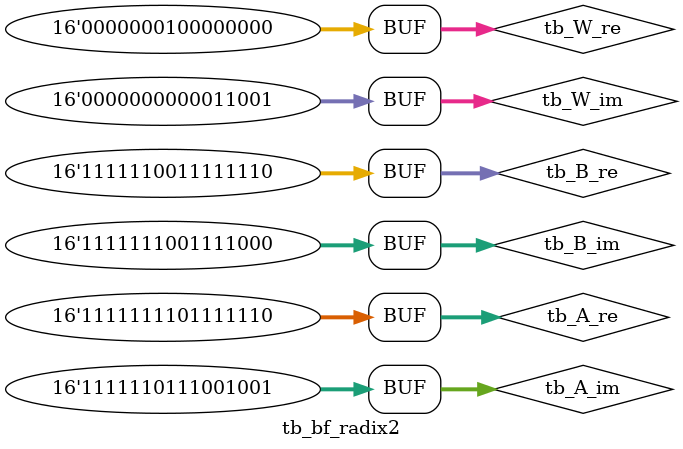
<source format=v>
module tb_bf_radix2(

    );

    reg signed [15:0] tb_A_re;
    reg signed [15:0] tb_B_re;
    reg signed [15:0] tb_W_re;
    reg signed [15:0] tb_A_im;
    reg signed [15:0] tb_B_im;
    reg signed [15:0] tb_W_im;

    wire signed [15:0] tb_Y0_re;
    wire signed [15:0] tb_Y1_re;
    wire signed [15:0] tb_Y0_im;
    wire signed [15:0] tb_Y1_im;


    bf_radix2 DUT (
        .A_re(tb_A_re),
        .B_re(tb_B_re),
        .W_re(tb_W_re),
        .A_im(tb_A_im),
        .B_im(tb_B_im),
        .W_im(tb_W_im),
        .Y0_re(tb_Y0_re),
        .Y1_re(tb_Y1_re),
        .Y0_im(tb_Y0_im),
        .Y1_im(tb_Y1_im)
    );

    /* NFPR MULTIPLICATION

        A = -130-j567
        B = -770-j392
        W = 256+j25

        Y0 = A + B = -900 - j959

        Y1 = (A-B) * W
            = (640-j175) * (256+j25)
            = 168215 - j28800
    */
    
    initial begin
        tb_A_re = 16'sb1_111_1111_0111_1110;    // NFPR -130. FPR -0.5078125
        tb_A_im = 16'sb1_111_1101_1100_1001;    // NFPR -567. FPR -2.21484375
        tb_B_re = 16'sb1_111_1100_1111_1110;    // NFPR -770. FPR -3.0078125
        tb_B_im = 16'sb1_111_1110_0111_1000;    // NFPR -392. FPR -1.53125
        tb_W_re = 16'sb0_000_0001_0000_0000;    // NFPR 256. FPR 1
        tb_W_im = 16'sb0_000_0000_0001_1001;    // NFPR 25. FPR 0.09765625
    end

endmodule
</source>
